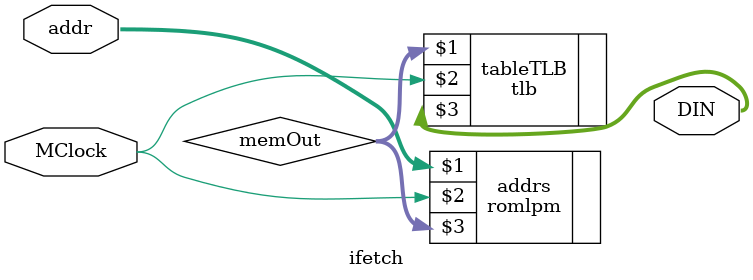
<source format=v>
module ifetch(addr, MClock, DIN);

	input [5:0] addr;
	input MClock;
	output [15:0] DIN;
	
	wire [5:0] memOut;
		
	romlpm addrs (addr, MClock, memOut);  	// Gera uma pagina virtual, tera que passar uma TLB	
	tlb tableTLB (memOut, MClock, DIN);		// Endereco pagina fisica = tlbOut
	
endmodule




</source>
